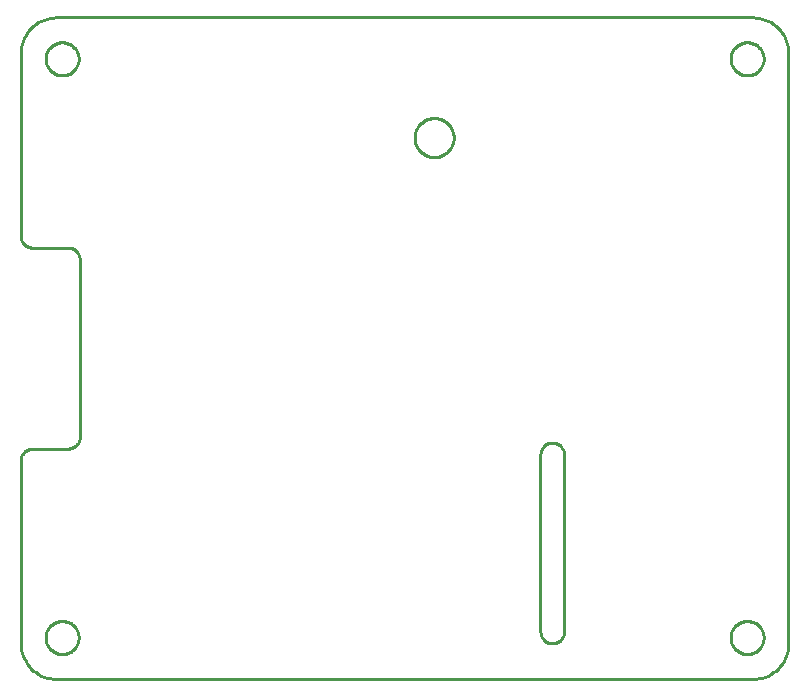
<source format=gbr>
G04 EAGLE Gerber RS-274X export*
G75*
%MOMM*%
%FSLAX34Y34*%
%LPD*%
%IN*%
%IPPOS*%
%AMOC8*
5,1,8,0,0,1.08239X$1,22.5*%
G01*
%ADD10C,0.254000*%


D10*
X0Y30000D02*
X114Y27385D01*
X456Y24791D01*
X1022Y22235D01*
X1809Y19739D01*
X2811Y17321D01*
X4019Y15000D01*
X5425Y12793D01*
X7019Y10716D01*
X8787Y8787D01*
X10716Y7019D01*
X12793Y5425D01*
X15000Y4019D01*
X17321Y2811D01*
X19739Y1809D01*
X22235Y1022D01*
X24791Y456D01*
X27385Y114D01*
X30000Y0D01*
X620000Y0D01*
X622615Y114D01*
X625209Y456D01*
X627765Y1022D01*
X630261Y1809D01*
X632679Y2811D01*
X635000Y4019D01*
X637207Y5425D01*
X639284Y7019D01*
X641213Y8787D01*
X642981Y10716D01*
X644575Y12793D01*
X645981Y15000D01*
X647189Y17321D01*
X648191Y19739D01*
X648978Y22235D01*
X649544Y24791D01*
X649886Y27385D01*
X650000Y30000D01*
X650000Y530000D01*
X649886Y532615D01*
X649544Y535209D01*
X648978Y537765D01*
X648191Y540261D01*
X647189Y542679D01*
X645981Y545000D01*
X644575Y547207D01*
X642981Y549284D01*
X641213Y551213D01*
X639284Y552981D01*
X637207Y554575D01*
X635000Y555981D01*
X632679Y557189D01*
X630261Y558191D01*
X627765Y558978D01*
X625209Y559544D01*
X622615Y559886D01*
X620000Y560000D01*
X30000Y560000D01*
X27385Y559886D01*
X24791Y559544D01*
X22235Y558978D01*
X19739Y558191D01*
X17321Y557189D01*
X15000Y555981D01*
X12793Y554575D01*
X10716Y552981D01*
X8787Y551213D01*
X7019Y549284D01*
X5425Y547207D01*
X4019Y545000D01*
X2811Y542679D01*
X1809Y540261D01*
X1022Y537765D01*
X456Y535209D01*
X114Y532615D01*
X0Y530000D01*
X0Y375000D01*
X38Y374128D01*
X152Y373264D01*
X341Y372412D01*
X603Y371580D01*
X937Y370774D01*
X1340Y370000D01*
X1808Y369264D01*
X2340Y368572D01*
X2929Y367929D01*
X3572Y367340D01*
X4264Y366808D01*
X5000Y366340D01*
X5774Y365937D01*
X6580Y365603D01*
X7412Y365341D01*
X8264Y365152D01*
X9128Y365038D01*
X10000Y365000D01*
X40000Y365000D01*
X40872Y364962D01*
X41736Y364848D01*
X42588Y364659D01*
X43420Y364397D01*
X44226Y364063D01*
X45000Y363660D01*
X45736Y363192D01*
X46428Y362660D01*
X47071Y362071D01*
X47660Y361428D01*
X48192Y360736D01*
X48660Y360000D01*
X49063Y359226D01*
X49397Y358420D01*
X49659Y357588D01*
X49848Y356736D01*
X49962Y355872D01*
X50000Y355000D01*
X50000Y205000D01*
X49962Y204128D01*
X49848Y203264D01*
X49659Y202412D01*
X49397Y201580D01*
X49063Y200774D01*
X48660Y200000D01*
X48192Y199264D01*
X47660Y198572D01*
X47071Y197929D01*
X46428Y197340D01*
X45736Y196808D01*
X45000Y196340D01*
X44226Y195937D01*
X43420Y195603D01*
X42588Y195341D01*
X41736Y195152D01*
X40872Y195038D01*
X40000Y195000D01*
X10000Y195000D01*
X9128Y194962D01*
X8264Y194848D01*
X7412Y194659D01*
X6580Y194397D01*
X5774Y194063D01*
X5000Y193660D01*
X4264Y193192D01*
X3572Y192660D01*
X2929Y192071D01*
X2340Y191428D01*
X1808Y190736D01*
X1340Y190000D01*
X937Y189226D01*
X603Y188420D01*
X341Y187588D01*
X152Y186736D01*
X38Y185872D01*
X0Y185000D01*
X0Y30000D01*
X440000Y40000D02*
X440038Y39128D01*
X440152Y38264D01*
X440341Y37412D01*
X440603Y36580D01*
X440937Y35774D01*
X441340Y35000D01*
X441808Y34264D01*
X442340Y33572D01*
X442929Y32929D01*
X443572Y32340D01*
X444264Y31808D01*
X445000Y31340D01*
X445774Y30937D01*
X446580Y30603D01*
X447412Y30341D01*
X448264Y30152D01*
X449128Y30038D01*
X450000Y30000D01*
X450872Y30038D01*
X451736Y30152D01*
X452588Y30341D01*
X453420Y30603D01*
X454226Y30937D01*
X455000Y31340D01*
X455736Y31808D01*
X456428Y32340D01*
X457071Y32929D01*
X457660Y33572D01*
X458192Y34264D01*
X458660Y35000D01*
X459063Y35774D01*
X459397Y36580D01*
X459659Y37412D01*
X459848Y38264D01*
X459962Y39128D01*
X460000Y40000D01*
X460000Y190000D01*
X459962Y190872D01*
X459848Y191736D01*
X459659Y192588D01*
X459397Y193420D01*
X459063Y194226D01*
X458660Y195000D01*
X458192Y195736D01*
X457660Y196428D01*
X457071Y197071D01*
X456428Y197660D01*
X455736Y198192D01*
X455000Y198660D01*
X454226Y199063D01*
X453420Y199397D01*
X452588Y199659D01*
X451736Y199848D01*
X450872Y199962D01*
X450000Y200000D01*
X449128Y199962D01*
X448264Y199848D01*
X447412Y199659D01*
X446580Y199397D01*
X445774Y199063D01*
X445000Y198660D01*
X444264Y198192D01*
X443572Y197660D01*
X442929Y197071D01*
X442340Y196428D01*
X441808Y195736D01*
X441340Y195000D01*
X440937Y194226D01*
X440603Y193420D01*
X440341Y192588D01*
X440152Y191736D01*
X440038Y190872D01*
X440000Y190000D01*
X440000Y40000D01*
X440000Y40000D02*
X440038Y39128D01*
X440152Y38264D01*
X440341Y37412D01*
X440603Y36580D01*
X440937Y35774D01*
X441340Y35000D01*
X441808Y34264D01*
X442340Y33572D01*
X442929Y32929D01*
X443572Y32340D01*
X444264Y31808D01*
X445000Y31340D01*
X445774Y30937D01*
X446580Y30603D01*
X447412Y30341D01*
X448264Y30152D01*
X449128Y30038D01*
X450000Y30000D01*
X450872Y30038D01*
X451736Y30152D01*
X452588Y30341D01*
X453420Y30603D01*
X454226Y30937D01*
X455000Y31340D01*
X455736Y31808D01*
X456428Y32340D01*
X457071Y32929D01*
X457660Y33572D01*
X458192Y34264D01*
X458660Y35000D01*
X459063Y35774D01*
X459397Y36580D01*
X459659Y37412D01*
X459848Y38264D01*
X459962Y39128D01*
X460000Y40000D01*
X460000Y190000D01*
X459962Y190872D01*
X459848Y191736D01*
X459659Y192588D01*
X459397Y193420D01*
X459063Y194226D01*
X458660Y195000D01*
X458192Y195736D01*
X457660Y196428D01*
X457071Y197071D01*
X456428Y197660D01*
X455736Y198192D01*
X455000Y198660D01*
X454226Y199063D01*
X453420Y199397D01*
X452588Y199659D01*
X451736Y199848D01*
X450872Y199962D01*
X450000Y200000D01*
X449128Y199962D01*
X448264Y199848D01*
X447412Y199659D01*
X446580Y199397D01*
X445774Y199063D01*
X445000Y198660D01*
X444264Y198192D01*
X443572Y197660D01*
X442929Y197071D01*
X442340Y196428D01*
X441808Y195736D01*
X441340Y195000D01*
X440937Y194226D01*
X440603Y193420D01*
X440341Y192588D01*
X440152Y191736D01*
X440038Y190872D01*
X440000Y190000D01*
X440000Y40000D01*
X49000Y34500D02*
X48929Y33503D01*
X48786Y32513D01*
X48574Y31536D01*
X48292Y30576D01*
X47943Y29639D01*
X47527Y28729D01*
X47048Y27852D01*
X46507Y27010D01*
X45908Y26210D01*
X45253Y25454D01*
X44546Y24747D01*
X43790Y24092D01*
X42990Y23493D01*
X42148Y22952D01*
X41271Y22473D01*
X40361Y22057D01*
X39424Y21708D01*
X38465Y21426D01*
X37487Y21214D01*
X36498Y21071D01*
X35500Y21000D01*
X34500Y21000D01*
X33503Y21071D01*
X32513Y21214D01*
X31536Y21426D01*
X30576Y21708D01*
X29639Y22057D01*
X28729Y22473D01*
X27852Y22952D01*
X27010Y23493D01*
X26210Y24092D01*
X25454Y24747D01*
X24747Y25454D01*
X24092Y26210D01*
X23493Y27010D01*
X22952Y27852D01*
X22473Y28729D01*
X22057Y29639D01*
X21708Y30576D01*
X21426Y31536D01*
X21214Y32513D01*
X21071Y33503D01*
X21000Y34500D01*
X21000Y35500D01*
X21071Y36498D01*
X21214Y37487D01*
X21426Y38465D01*
X21708Y39424D01*
X22057Y40361D01*
X22473Y41271D01*
X22952Y42148D01*
X23493Y42990D01*
X24092Y43790D01*
X24747Y44546D01*
X25454Y45253D01*
X26210Y45908D01*
X27010Y46507D01*
X27852Y47048D01*
X28729Y47527D01*
X29639Y47943D01*
X30576Y48292D01*
X31536Y48574D01*
X32513Y48786D01*
X33503Y48929D01*
X34500Y49000D01*
X35500Y49000D01*
X36498Y48929D01*
X37487Y48786D01*
X38465Y48574D01*
X39424Y48292D01*
X40361Y47943D01*
X41271Y47527D01*
X42148Y47048D01*
X42990Y46507D01*
X43790Y45908D01*
X44546Y45253D01*
X45253Y44546D01*
X45908Y43790D01*
X46507Y42990D01*
X47048Y42148D01*
X47527Y41271D01*
X47943Y40361D01*
X48292Y39424D01*
X48574Y38465D01*
X48786Y37487D01*
X48929Y36498D01*
X49000Y35500D01*
X49000Y34500D01*
X49000Y524500D02*
X48929Y523503D01*
X48786Y522513D01*
X48574Y521536D01*
X48292Y520576D01*
X47943Y519639D01*
X47527Y518729D01*
X47048Y517852D01*
X46507Y517010D01*
X45908Y516210D01*
X45253Y515454D01*
X44546Y514747D01*
X43790Y514092D01*
X42990Y513493D01*
X42148Y512952D01*
X41271Y512473D01*
X40361Y512057D01*
X39424Y511708D01*
X38465Y511426D01*
X37487Y511214D01*
X36498Y511071D01*
X35500Y511000D01*
X34500Y511000D01*
X33503Y511071D01*
X32513Y511214D01*
X31536Y511426D01*
X30576Y511708D01*
X29639Y512057D01*
X28729Y512473D01*
X27852Y512952D01*
X27010Y513493D01*
X26210Y514092D01*
X25454Y514747D01*
X24747Y515454D01*
X24092Y516210D01*
X23493Y517010D01*
X22952Y517852D01*
X22473Y518729D01*
X22057Y519639D01*
X21708Y520576D01*
X21426Y521536D01*
X21214Y522513D01*
X21071Y523503D01*
X21000Y524500D01*
X21000Y525500D01*
X21071Y526498D01*
X21214Y527487D01*
X21426Y528465D01*
X21708Y529424D01*
X22057Y530361D01*
X22473Y531271D01*
X22952Y532148D01*
X23493Y532990D01*
X24092Y533790D01*
X24747Y534546D01*
X25454Y535253D01*
X26210Y535908D01*
X27010Y536507D01*
X27852Y537048D01*
X28729Y537527D01*
X29639Y537943D01*
X30576Y538292D01*
X31536Y538574D01*
X32513Y538786D01*
X33503Y538929D01*
X34500Y539000D01*
X35500Y539000D01*
X36498Y538929D01*
X37487Y538786D01*
X38465Y538574D01*
X39424Y538292D01*
X40361Y537943D01*
X41271Y537527D01*
X42148Y537048D01*
X42990Y536507D01*
X43790Y535908D01*
X44546Y535253D01*
X45253Y534546D01*
X45908Y533790D01*
X46507Y532990D01*
X47048Y532148D01*
X47527Y531271D01*
X47943Y530361D01*
X48292Y529424D01*
X48574Y528465D01*
X48786Y527487D01*
X48929Y526498D01*
X49000Y525500D01*
X49000Y524500D01*
X629000Y524500D02*
X628929Y523503D01*
X628786Y522513D01*
X628574Y521536D01*
X628292Y520576D01*
X627943Y519639D01*
X627527Y518729D01*
X627048Y517852D01*
X626507Y517010D01*
X625908Y516210D01*
X625253Y515454D01*
X624546Y514747D01*
X623790Y514092D01*
X622990Y513493D01*
X622148Y512952D01*
X621271Y512473D01*
X620361Y512057D01*
X619424Y511708D01*
X618465Y511426D01*
X617487Y511214D01*
X616498Y511071D01*
X615500Y511000D01*
X614500Y511000D01*
X613503Y511071D01*
X612513Y511214D01*
X611536Y511426D01*
X610576Y511708D01*
X609639Y512057D01*
X608729Y512473D01*
X607852Y512952D01*
X607010Y513493D01*
X606210Y514092D01*
X605454Y514747D01*
X604747Y515454D01*
X604092Y516210D01*
X603493Y517010D01*
X602952Y517852D01*
X602473Y518729D01*
X602057Y519639D01*
X601708Y520576D01*
X601426Y521536D01*
X601214Y522513D01*
X601071Y523503D01*
X601000Y524500D01*
X601000Y525500D01*
X601071Y526498D01*
X601214Y527487D01*
X601426Y528465D01*
X601708Y529424D01*
X602057Y530361D01*
X602473Y531271D01*
X602952Y532148D01*
X603493Y532990D01*
X604092Y533790D01*
X604747Y534546D01*
X605454Y535253D01*
X606210Y535908D01*
X607010Y536507D01*
X607852Y537048D01*
X608729Y537527D01*
X609639Y537943D01*
X610576Y538292D01*
X611536Y538574D01*
X612513Y538786D01*
X613503Y538929D01*
X614500Y539000D01*
X615500Y539000D01*
X616498Y538929D01*
X617487Y538786D01*
X618465Y538574D01*
X619424Y538292D01*
X620361Y537943D01*
X621271Y537527D01*
X622148Y537048D01*
X622990Y536507D01*
X623790Y535908D01*
X624546Y535253D01*
X625253Y534546D01*
X625908Y533790D01*
X626507Y532990D01*
X627048Y532148D01*
X627527Y531271D01*
X627943Y530361D01*
X628292Y529424D01*
X628574Y528465D01*
X628786Y527487D01*
X628929Y526498D01*
X629000Y525500D01*
X629000Y524500D01*
X629000Y34500D02*
X628929Y33503D01*
X628786Y32513D01*
X628574Y31536D01*
X628292Y30576D01*
X627943Y29639D01*
X627527Y28729D01*
X627048Y27852D01*
X626507Y27010D01*
X625908Y26210D01*
X625253Y25454D01*
X624546Y24747D01*
X623790Y24092D01*
X622990Y23493D01*
X622148Y22952D01*
X621271Y22473D01*
X620361Y22057D01*
X619424Y21708D01*
X618465Y21426D01*
X617487Y21214D01*
X616498Y21071D01*
X615500Y21000D01*
X614500Y21000D01*
X613503Y21071D01*
X612513Y21214D01*
X611536Y21426D01*
X610576Y21708D01*
X609639Y22057D01*
X608729Y22473D01*
X607852Y22952D01*
X607010Y23493D01*
X606210Y24092D01*
X605454Y24747D01*
X604747Y25454D01*
X604092Y26210D01*
X603493Y27010D01*
X602952Y27852D01*
X602473Y28729D01*
X602057Y29639D01*
X601708Y30576D01*
X601426Y31536D01*
X601214Y32513D01*
X601071Y33503D01*
X601000Y34500D01*
X601000Y35500D01*
X601071Y36498D01*
X601214Y37487D01*
X601426Y38465D01*
X601708Y39424D01*
X602057Y40361D01*
X602473Y41271D01*
X602952Y42148D01*
X603493Y42990D01*
X604092Y43790D01*
X604747Y44546D01*
X605454Y45253D01*
X606210Y45908D01*
X607010Y46507D01*
X607852Y47048D01*
X608729Y47527D01*
X609639Y47943D01*
X610576Y48292D01*
X611536Y48574D01*
X612513Y48786D01*
X613503Y48929D01*
X614500Y49000D01*
X615500Y49000D01*
X616498Y48929D01*
X617487Y48786D01*
X618465Y48574D01*
X619424Y48292D01*
X620361Y47943D01*
X621271Y47527D01*
X622148Y47048D01*
X622990Y46507D01*
X623790Y45908D01*
X624546Y45253D01*
X625253Y44546D01*
X625908Y43790D01*
X626507Y42990D01*
X627048Y42148D01*
X627527Y41271D01*
X627943Y40361D01*
X628292Y39424D01*
X628574Y38465D01*
X628786Y37487D01*
X628929Y36498D01*
X629000Y35500D01*
X629000Y34500D01*
X366510Y457720D02*
X366439Y456641D01*
X366298Y455569D01*
X366087Y454509D01*
X365808Y453465D01*
X365460Y452441D01*
X365046Y451443D01*
X364568Y450473D01*
X364028Y449537D01*
X363427Y448638D01*
X362769Y447781D01*
X362057Y446968D01*
X361292Y446204D01*
X360479Y445491D01*
X359622Y444833D01*
X358723Y444232D01*
X357787Y443692D01*
X356817Y443214D01*
X355819Y442800D01*
X354795Y442452D01*
X353751Y442173D01*
X352691Y441962D01*
X351619Y441821D01*
X350540Y441750D01*
X349460Y441750D01*
X348381Y441821D01*
X347309Y441962D01*
X346249Y442173D01*
X345205Y442452D01*
X344181Y442800D01*
X343183Y443214D01*
X342213Y443692D01*
X341277Y444232D01*
X340378Y444833D01*
X339521Y445491D01*
X338708Y446204D01*
X337944Y446968D01*
X337231Y447781D01*
X336573Y448638D01*
X335972Y449537D01*
X335432Y450473D01*
X334954Y451443D01*
X334540Y452441D01*
X334192Y453465D01*
X333913Y454509D01*
X333702Y455569D01*
X333561Y456641D01*
X333490Y457720D01*
X333490Y458800D01*
X333561Y459879D01*
X333702Y460951D01*
X333913Y462011D01*
X334192Y463055D01*
X334540Y464079D01*
X334954Y465077D01*
X335432Y466047D01*
X335972Y466983D01*
X336573Y467882D01*
X337231Y468739D01*
X337944Y469552D01*
X338708Y470317D01*
X339521Y471029D01*
X340378Y471687D01*
X341277Y472288D01*
X342213Y472828D01*
X343183Y473306D01*
X344181Y473720D01*
X345205Y474068D01*
X346249Y474347D01*
X347309Y474558D01*
X348381Y474699D01*
X349460Y474770D01*
X350540Y474770D01*
X351619Y474699D01*
X352691Y474558D01*
X353751Y474347D01*
X354795Y474068D01*
X355819Y473720D01*
X356817Y473306D01*
X357787Y472828D01*
X358723Y472288D01*
X359622Y471687D01*
X360479Y471029D01*
X361292Y470317D01*
X362057Y469552D01*
X362769Y468739D01*
X363427Y467882D01*
X364028Y466983D01*
X364568Y466047D01*
X365046Y465077D01*
X365460Y464079D01*
X365808Y463055D01*
X366087Y462011D01*
X366298Y460951D01*
X366439Y459879D01*
X366510Y458800D01*
X366510Y457720D01*
M02*

</source>
